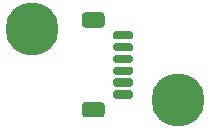
<source format=gbr>
%TF.GenerationSoftware,KiCad,Pcbnew,(5.1.6)-1*%
%TF.CreationDate,2020-12-16T03:54:26+01:00*%
%TF.ProjectId,envboard,656e7662-6f61-4726-942e-6b696361645f,rev?*%
%TF.SameCoordinates,Original*%
%TF.FileFunction,Soldermask,Bot*%
%TF.FilePolarity,Negative*%
%FSLAX46Y46*%
G04 Gerber Fmt 4.6, Leading zero omitted, Abs format (unit mm)*
G04 Created by KiCad (PCBNEW (5.1.6)-1) date 2020-12-16 03:54:26*
%MOMM*%
%LPD*%
G01*
G04 APERTURE LIST*
%ADD10C,0.800000*%
%ADD11C,4.500000*%
G04 APERTURE END LIST*
%TO.C,J1*%
G36*
G01*
X49295832Y-52400000D02*
X50654168Y-52400000D01*
G75*
G02*
X50925000Y-52670832I0J-270832D01*
G01*
X50925000Y-53429168D01*
G75*
G02*
X50654168Y-53700000I-270832J0D01*
G01*
X49295832Y-53700000D01*
G75*
G02*
X49025000Y-53429168I0J270832D01*
G01*
X49025000Y-52670832D01*
G75*
G02*
X49295832Y-52400000I270832J0D01*
G01*
G37*
G36*
G01*
X49295832Y-44800000D02*
X50654168Y-44800000D01*
G75*
G02*
X50925000Y-45070832I0J-270832D01*
G01*
X50925000Y-45829168D01*
G75*
G02*
X50654168Y-46100000I-270832J0D01*
G01*
X49295832Y-46100000D01*
G75*
G02*
X49025000Y-45829168I0J270832D01*
G01*
X49025000Y-45070832D01*
G75*
G02*
X49295832Y-44800000I270832J0D01*
G01*
G37*
G36*
G01*
X51850000Y-51400000D02*
X53150000Y-51400000D01*
G75*
G02*
X53325000Y-51575000I0J-175000D01*
G01*
X53325000Y-51925000D01*
G75*
G02*
X53150000Y-52100000I-175000J0D01*
G01*
X51850000Y-52100000D01*
G75*
G02*
X51675000Y-51925000I0J175000D01*
G01*
X51675000Y-51575000D01*
G75*
G02*
X51850000Y-51400000I175000J0D01*
G01*
G37*
G36*
G01*
X51850000Y-50400000D02*
X53150000Y-50400000D01*
G75*
G02*
X53325000Y-50575000I0J-175000D01*
G01*
X53325000Y-50925000D01*
G75*
G02*
X53150000Y-51100000I-175000J0D01*
G01*
X51850000Y-51100000D01*
G75*
G02*
X51675000Y-50925000I0J175000D01*
G01*
X51675000Y-50575000D01*
G75*
G02*
X51850000Y-50400000I175000J0D01*
G01*
G37*
G36*
G01*
X51850000Y-49400000D02*
X53150000Y-49400000D01*
G75*
G02*
X53325000Y-49575000I0J-175000D01*
G01*
X53325000Y-49925000D01*
G75*
G02*
X53150000Y-50100000I-175000J0D01*
G01*
X51850000Y-50100000D01*
G75*
G02*
X51675000Y-49925000I0J175000D01*
G01*
X51675000Y-49575000D01*
G75*
G02*
X51850000Y-49400000I175000J0D01*
G01*
G37*
G36*
G01*
X51850000Y-48400000D02*
X53150000Y-48400000D01*
G75*
G02*
X53325000Y-48575000I0J-175000D01*
G01*
X53325000Y-48925000D01*
G75*
G02*
X53150000Y-49100000I-175000J0D01*
G01*
X51850000Y-49100000D01*
G75*
G02*
X51675000Y-48925000I0J175000D01*
G01*
X51675000Y-48575000D01*
G75*
G02*
X51850000Y-48400000I175000J0D01*
G01*
G37*
G36*
G01*
X51850000Y-47400000D02*
X53150000Y-47400000D01*
G75*
G02*
X53325000Y-47575000I0J-175000D01*
G01*
X53325000Y-47925000D01*
G75*
G02*
X53150000Y-48100000I-175000J0D01*
G01*
X51850000Y-48100000D01*
G75*
G02*
X51675000Y-47925000I0J175000D01*
G01*
X51675000Y-47575000D01*
G75*
G02*
X51850000Y-47400000I175000J0D01*
G01*
G37*
G36*
G01*
X51850000Y-46400000D02*
X53150000Y-46400000D01*
G75*
G02*
X53325000Y-46575000I0J-175000D01*
G01*
X53325000Y-46925000D01*
G75*
G02*
X53150000Y-47100000I-175000J0D01*
G01*
X51850000Y-47100000D01*
G75*
G02*
X51675000Y-46925000I0J175000D01*
G01*
X51675000Y-46575000D01*
G75*
G02*
X51850000Y-46400000I175000J0D01*
G01*
G37*
%TD*%
D10*
%TO.C,H2*%
X58333452Y-51083274D03*
X57166726Y-50600000D03*
X56000000Y-51083274D03*
X55516726Y-52250000D03*
X56000000Y-53416726D03*
X57166726Y-53900000D03*
X58333452Y-53416726D03*
X58816726Y-52250000D03*
D11*
X57166726Y-52250000D03*
%TD*%
D10*
%TO.C,H1*%
X45916726Y-45083274D03*
X44750000Y-44600000D03*
X43583274Y-45083274D03*
X43100000Y-46250000D03*
X43583274Y-47416726D03*
X44750000Y-47900000D03*
X45916726Y-47416726D03*
X46400000Y-46250000D03*
D11*
X44750000Y-46250000D03*
%TD*%
M02*

</source>
